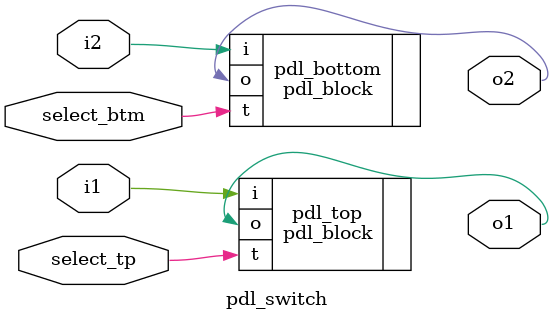
<source format=v>

`timescale 1ns / 1ps
`default_nettype none

module pdl_switch(i1, i2, select_tp, select_btm, o1, o2);

    input i1, i2;
    input select_tp, select_btm;
    output o1, o2;

	(* KEEP_HIERARCHY="TRUE" *) pdl_block pdl_top (.i(i1), .o(o1), .t(select_tp));
	(* KEEP_HIERARCHY="TRUE" *) pdl_block pdl_bottom (.i(i2), .o(o2), .t(select_btm));

endmodule
</source>
